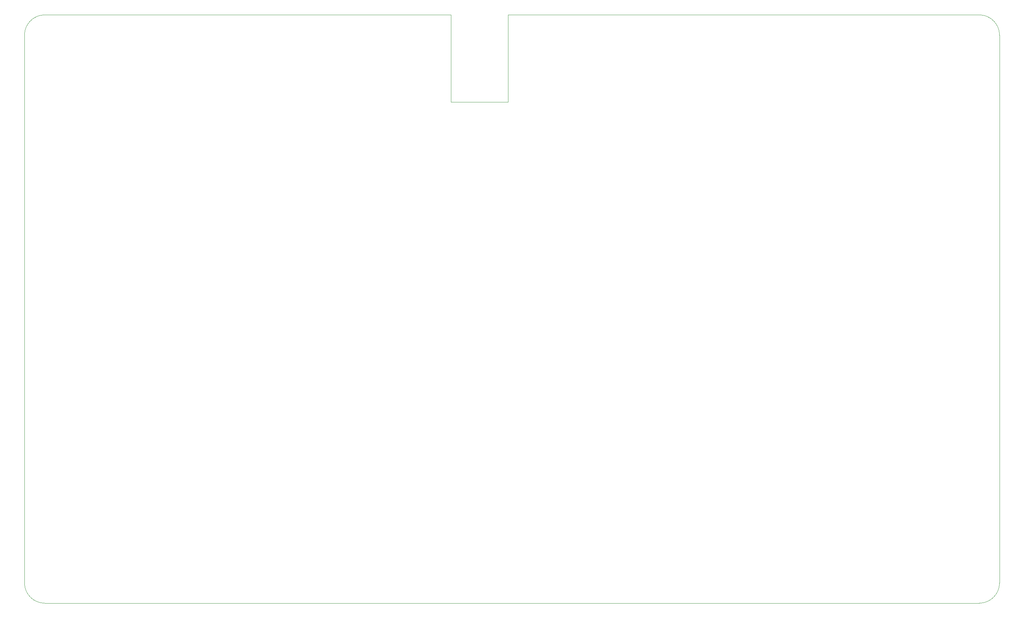
<source format=gm1>
G04 #@! TF.GenerationSoftware,KiCad,Pcbnew,8.0.1*
G04 #@! TF.CreationDate,2024-04-24T00:06:35-04:00*
G04 #@! TF.ProjectId,leviathan,6c657669-6174-4686-916e-2e6b69636164,rev?*
G04 #@! TF.SameCoordinates,Original*
G04 #@! TF.FileFunction,Profile,NP*
%FSLAX46Y46*%
G04 Gerber Fmt 4.6, Leading zero omitted, Abs format (unit mm)*
G04 Created by KiCad (PCBNEW 8.0.1) date 2024-04-24 00:06:35*
%MOMM*%
%LPD*%
G01*
G04 APERTURE LIST*
G04 #@! TA.AperFunction,Profile*
%ADD10C,0.050000*%
G04 #@! TD*
G04 APERTURE END LIST*
D10*
X169000000Y-20000000D02*
X285000000Y-20000000D01*
X155000000Y-20000000D02*
X155000000Y-41500000D01*
X285000000Y-20000000D02*
G75*
G02*
X290000000Y-25000000I0J-5000000D01*
G01*
X169000000Y-41500000D02*
X169000000Y-20000000D01*
X50000000Y-25000000D02*
X50000000Y-160000000D01*
X55000000Y-165000000D02*
G75*
G02*
X50000000Y-160000000I0J5000000D01*
G01*
X50000000Y-25000000D02*
G75*
G02*
X55000000Y-20000000I5000000J0D01*
G01*
X55000000Y-20000000D02*
X155000000Y-20000000D01*
X290000000Y-160000000D02*
G75*
G02*
X285000000Y-165000000I-5000000J0D01*
G01*
X290000000Y-25000000D02*
X290000000Y-160000000D01*
X55000000Y-165000000D02*
X285000000Y-165000000D01*
X155000000Y-41500000D02*
X169000000Y-41500000D01*
M02*

</source>
